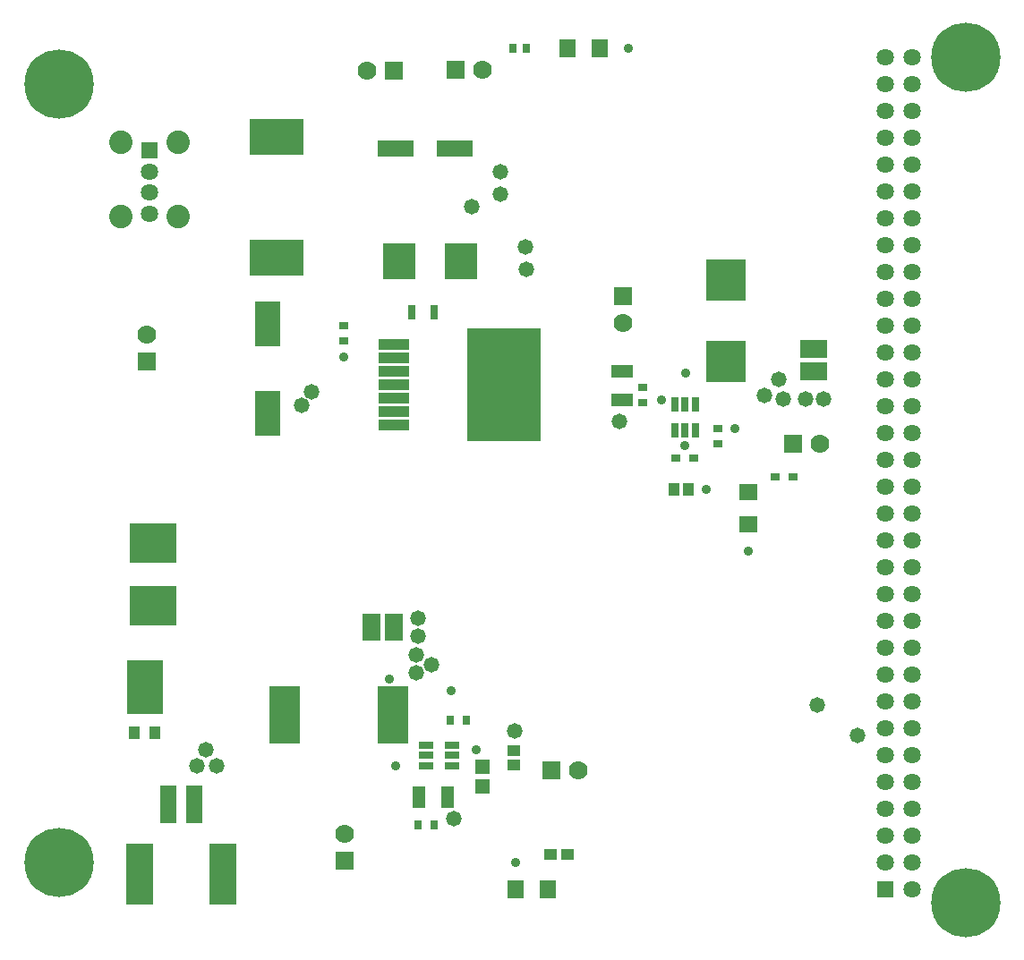
<source format=gts>
%TF.GenerationSoftware,Altium Limited,Altium Designer,23.1.1 (15)*%
G04 Layer_Color=8388736*
%FSLAX25Y25*%
%MOIN*%
%TF.SameCoordinates,209943D4-F1A4-4043-803A-0C530BE15E34*%
%TF.FilePolarity,Negative*%
%TF.FileFunction,Soldermask,Top*%
%TF.Part,Single*%
G01*
G75*
%TA.AperFunction,SMDPad,CuDef*%
%ADD12R,0.04560X0.03985*%
%ADD13R,0.03543X0.03150*%
%ADD17R,0.02613X0.03394*%
%ADD25R,0.10261X0.06704*%
%ADD26R,0.06704X0.10261*%
%ADD27R,0.03150X0.03543*%
%ADD29R,0.05756X0.05530*%
%ADD30R,0.05151X0.04352*%
%ADD32R,0.13780X0.06299*%
%ADD33R,0.03543X0.03150*%
%ADD35R,0.02977X0.05733*%
%ADD37R,0.03937X0.05151*%
%ADD67R,0.04343X0.04737*%
%ADD68R,0.13398X0.20091*%
%ADD69R,0.17217X0.14855*%
%ADD70R,0.07099X0.06312*%
%ADD71R,0.06312X0.07099*%
%ADD72R,0.09855X0.22847*%
%ADD73R,0.06312X0.14186*%
%ADD74R,0.27769X0.42139*%
%ADD75R,0.11824X0.04343*%
%ADD76R,0.20091X0.13595*%
%ADD77R,0.11824X0.21666*%
%ADD78R,0.14580X0.15761*%
%ADD79R,0.05721X0.03162*%
%ADD80R,0.05013X0.07965*%
%ADD81R,0.09265X0.16548*%
%ADD82R,0.12020X0.13398*%
%ADD83R,0.03162X0.05721*%
%ADD84R,0.07965X0.05013*%
%TA.AperFunction,ComponentPad*%
%ADD85R,0.07001X0.07001*%
%ADD86C,0.07001*%
%ADD87R,0.06410X0.06410*%
%ADD88C,0.06410*%
%ADD89C,0.08772*%
%ADD90C,0.06434*%
%ADD91R,0.06434X0.06434*%
%ADD92R,0.07001X0.07001*%
%TA.AperFunction,WasherPad*%
%ADD93C,0.25800*%
%TA.AperFunction,ViaPad*%
%ADD94C,0.03556*%
%ADD95C,0.05800*%
D12*
X-168218Y37795D02*
D03*
X-174533D02*
D03*
D13*
X-90748Y178740D02*
D03*
X-84055D02*
D03*
X-127756Y185433D02*
D03*
X-121063D02*
D03*
D17*
X-183627Y338189D02*
D03*
X-188583D02*
D03*
D25*
X-76378Y226184D02*
D03*
Y217911D02*
D03*
D26*
X-241008Y122441D02*
D03*
X-232735D02*
D03*
D27*
X-211675Y87795D02*
D03*
X-205769D02*
D03*
X-223683Y48819D02*
D03*
X-217777D02*
D03*
D29*
X-199864Y70672D02*
D03*
Y63186D02*
D03*
D30*
X-188053Y76679D02*
D03*
Y71353D02*
D03*
D32*
X-210236Y300787D02*
D03*
X-232283D02*
D03*
D33*
X-251575Y235039D02*
D03*
Y229134D02*
D03*
X-112205Y196653D02*
D03*
Y190748D02*
D03*
X-140157Y212008D02*
D03*
Y206102D02*
D03*
D35*
X-217815Y239764D02*
D03*
X-226279D02*
D03*
D37*
X-123021Y174016D02*
D03*
X-128347D02*
D03*
D67*
X-321772Y83268D02*
D03*
X-329410D02*
D03*
D68*
X-325590Y100394D02*
D03*
D69*
X-322441Y153937D02*
D03*
Y130709D02*
D03*
D70*
X-100787Y172835D02*
D03*
Y161024D02*
D03*
D71*
X-175591Y24803D02*
D03*
X-187402D02*
D03*
X-168110Y338189D02*
D03*
X-156299D02*
D03*
D72*
X-296654Y30512D02*
D03*
X-327362D02*
D03*
D73*
X-307087Y56496D02*
D03*
X-316929D02*
D03*
D74*
X-191929Y212992D02*
D03*
D75*
X-232677Y197992D02*
D03*
Y202992D02*
D03*
Y207992D02*
D03*
Y212992D02*
D03*
Y217992D02*
D03*
Y222992D02*
D03*
Y227992D02*
D03*
D76*
X-276378Y260236D02*
D03*
Y305118D02*
D03*
D77*
X-233328Y89764D02*
D03*
X-273486D02*
D03*
D78*
X-109055Y251772D02*
D03*
Y221457D02*
D03*
D79*
X-211084Y78543D02*
D03*
Y74803D02*
D03*
Y71063D02*
D03*
X-220927D02*
D03*
Y74803D02*
D03*
Y78543D02*
D03*
D80*
X-223643Y59352D02*
D03*
X-212777D02*
D03*
D81*
X-279921Y202165D02*
D03*
Y235630D02*
D03*
D82*
X-207677Y259055D02*
D03*
X-230906D02*
D03*
D83*
X-120669Y195866D02*
D03*
X-124409D02*
D03*
X-128150D02*
D03*
Y205709D02*
D03*
X-124409D02*
D03*
X-120669D02*
D03*
D84*
X-147835Y218032D02*
D03*
Y207165D02*
D03*
D85*
X-251181Y35669D02*
D03*
X-147638Y245827D02*
D03*
X-324803Y221496D02*
D03*
D86*
X-251181Y45669D02*
D03*
X-147638Y235827D02*
D03*
X-324803Y231496D02*
D03*
X-164173Y69291D02*
D03*
X-242913Y329921D02*
D03*
X-200000Y330315D02*
D03*
X-74252Y190945D02*
D03*
D87*
X-50000Y25000D02*
D03*
D88*
Y35000D02*
D03*
Y45000D02*
D03*
Y55000D02*
D03*
Y65000D02*
D03*
Y75000D02*
D03*
Y85000D02*
D03*
Y95000D02*
D03*
Y105000D02*
D03*
Y115000D02*
D03*
Y125000D02*
D03*
Y135000D02*
D03*
Y145000D02*
D03*
Y155000D02*
D03*
Y165000D02*
D03*
Y175000D02*
D03*
Y185000D02*
D03*
Y195000D02*
D03*
Y205000D02*
D03*
Y215000D02*
D03*
Y225000D02*
D03*
Y235000D02*
D03*
Y245000D02*
D03*
Y255000D02*
D03*
Y265000D02*
D03*
Y275000D02*
D03*
Y285000D02*
D03*
Y295000D02*
D03*
Y305000D02*
D03*
Y315000D02*
D03*
Y325000D02*
D03*
Y335000D02*
D03*
X-40000Y25000D02*
D03*
Y35000D02*
D03*
Y45000D02*
D03*
Y55000D02*
D03*
Y65000D02*
D03*
Y75000D02*
D03*
Y85000D02*
D03*
Y95000D02*
D03*
Y105000D02*
D03*
Y115000D02*
D03*
Y125000D02*
D03*
Y135000D02*
D03*
Y145000D02*
D03*
Y155000D02*
D03*
Y165000D02*
D03*
Y175000D02*
D03*
Y185000D02*
D03*
Y195000D02*
D03*
Y205000D02*
D03*
Y215000D02*
D03*
Y225000D02*
D03*
Y235000D02*
D03*
Y245000D02*
D03*
Y255000D02*
D03*
Y265000D02*
D03*
Y275000D02*
D03*
Y285000D02*
D03*
Y295000D02*
D03*
Y305000D02*
D03*
Y315000D02*
D03*
Y325000D02*
D03*
Y335000D02*
D03*
D89*
X-313228Y303150D02*
D03*
Y275590D02*
D03*
X-334646D02*
D03*
Y303150D02*
D03*
D90*
X-323937Y276654D02*
D03*
Y284528D02*
D03*
Y292402D02*
D03*
D91*
Y300276D02*
D03*
D92*
X-174173Y69291D02*
D03*
X-232913Y329921D02*
D03*
X-210000Y330315D02*
D03*
X-84252Y190945D02*
D03*
D93*
X-357520Y35000D02*
D03*
Y325000D02*
D03*
X-20000Y335000D02*
D03*
Y20000D02*
D03*
D94*
X-124133Y217164D02*
D03*
X-105905Y196457D02*
D03*
X-133071Y207087D02*
D03*
X-124409Y190157D02*
D03*
X-202117Y76814D02*
D03*
X-232283Y70866D02*
D03*
X-234646Y103150D02*
D03*
X-211417Y98819D02*
D03*
X-251575Y223228D02*
D03*
X-145669Y338189D02*
D03*
X-116535Y174016D02*
D03*
X-100787Y150787D02*
D03*
X-187402Y35039D02*
D03*
D95*
X-224667Y105512D02*
D03*
X-187795Y83858D02*
D03*
X-60236Y82284D02*
D03*
X-75197Y93701D02*
D03*
X-298819Y70866D02*
D03*
X-306299D02*
D03*
X-302756Y76772D02*
D03*
X-223879Y125984D02*
D03*
X-267323Y205118D02*
D03*
X-263386Y210236D02*
D03*
X-203937Y279134D02*
D03*
X-183465Y255906D02*
D03*
X-183858Y264173D02*
D03*
X-193307Y283858D02*
D03*
Y292126D02*
D03*
X-148819Y199213D02*
D03*
X-87795Y207480D02*
D03*
X-94882Y209055D02*
D03*
X-89370Y214961D02*
D03*
X-79528Y207480D02*
D03*
X-72835D02*
D03*
X-224667Y112205D02*
D03*
X-218761Y108661D02*
D03*
X-223879Y119291D02*
D03*
X-210494Y51181D02*
D03*
%TF.MD5,226fe080ce9a6e3c9619672391dc1c12*%
M02*

</source>
